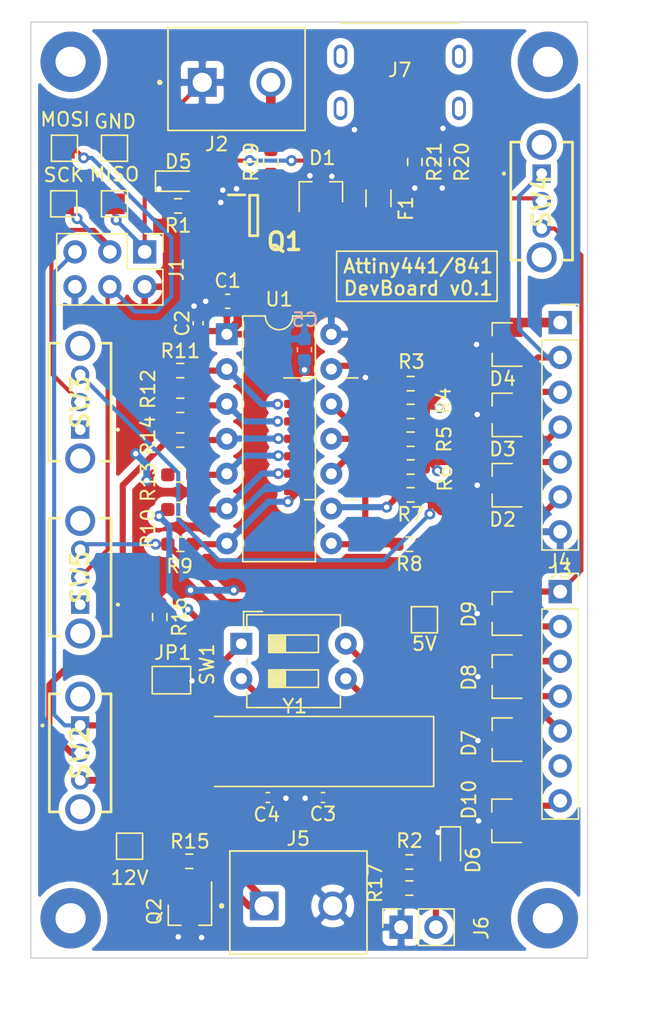
<source format=kicad_pcb>
(kicad_pcb (version 20171130) (host pcbnew 5.1.10)
  (layers (0 F.Cu signal) (31 B.Cu signal) (34 B.Paste user) (35 F.Paste user) (36 B.SilkS user) (37 F.SilkS user) (38 B.Mask user) (39 F.Mask user) (44 Edge.Cuts user))
  (net 0 "")
  (net 1 VCC)
  (net 2 SCK1_A3)
  (net 3 SCK2_A4)
  (net 4 MOSI1_A1)
  (net 5 A2)
  (net 6 MISO1_A0)
  (net 7 "Net-(D5-Pad2)")
  (net 8 "Net-(D6-Pad2)")
  (net 9 "Net-(D7-Pad2)")
  (net 10 B2)
  (net 11 A7)
  (net 12 "Net-(D8-Pad1)")
  (net 13 MISO2_A5)
  (net 14 MOSI2_A6)
  (net 15 RST)
  (net 16 HVSP_RST)
  (net 17 "Net-(F1-Pad2)")
  (net 18 MOSI)
  (net 19 SCK)
  (net 20 MISO)
  (net 21 "Net-(Q1-Pad3)")
  (net 22 HVSP)
  (net 23 "Net-(R3-Pad2)")
  (net 24 "Net-(R4-Pad2)")
  (net 25 "Net-(R5-Pad2)")
  (net 26 "Net-(R6-Pad2)")
  (net 27 "Net-(R7-Pad2)")
  (net 28 "Net-(R8-Pad2)")
  (net 29 "Net-(R9-Pad2)")
  (net 30 "Net-(R10-Pad2)")
  (net 31 "Net-(R13-Pad2)")
  (net 32 "Net-(R14-Pad2)")
  (net 33 "Net-(R12-Pad2)")
  (net 34 "Net-(R11-Pad2)")
  (net 35 "Net-(Q2-Pad2)")
  (net 36 "Net-(Q2-Pad1)")
  (net 37 B0_XTAL1)
  (net 38 B1_XTAL2)
  (net 39 "Net-(R14-Pad1)")
  (net 40 "Net-(J2-Pad2)")
  (net 41 "Net-(J7-PadA5)")
  (net 42 "Net-(J7-PadB5)")
  (net 43 GND)
  (net 44 "Net-(D1-Pad1)")
  (module Capacitor_SMD:C_0603_1608Metric (layer B.Cu) (at 240.85 60.775 90)
    (fp_text reference C5 (at 2.175 0.05 180) (layer B.SilkS) (effects (justify mirror)))
    (fp_text value 10uF)
    (pad 2 smd roundrect (at 0.775 0 90) (size 0.9 0.95) (layers B.Cu B.Paste B.Mask) (net 43 GND))
    (pad 1 smd roundrect (at -0.775 0 90) (size 0.9 0.95) (layers B.Cu B.Paste B.Mask) (net 1 VCC))
  )
  (module Attiny_breakout:SS12D07L4B (layer F.Cu) (at 224.5 79.35 90)
    (fp_text reference SW5 (at 2 0 90) (layer F.SilkS) (effects (font (size 1.27 1.27) (thickness 0.254))))
    (fp_text value SW_SPDT hide)
    (pad MH2 thru_hole circle (at 6.1 0 90) (size 2.19 2.19) (drill 1.46) (layers *.Cu *.Mask))
    (pad MH1 thru_hole circle (at -2.1 0 90) (size 2.19 2.19) (drill 1.46) (layers *.Cu *.Mask))
    (pad 3 thru_hole circle (at 4 0 90) (size 1.337 1.337) (drill 0.78) (layers *.Cu *.Mask) (net 14 MOSI2_A6))
    (pad 2 thru_hole circle (at 2 0 90) (size 1.337 1.337) (drill 0.78) (layers *.Cu *.Mask) (net 18 MOSI))
    (pad 1 thru_hole rect (at 0 0 90) (size 1.337 1.337) (drill 0.78) (layers *.Cu *.Mask) (net 4 MOSI1_A1))
  )
  (module Attiny_breakout:SS12D07L4B (layer F.Cu) (at 258.15 47.95 270)
    (fp_text reference SW4 (at 2 0 90) (layer F.SilkS) (effects (font (size 1.27 1.27) (thickness 0.254))))
    (fp_text value SW_SPDT hide)
    (pad MH2 thru_hole circle (at 6.1 0 270) (size 2.19 2.19) (drill 1.46) (layers *.Cu *.Mask))
    (pad MH1 thru_hole circle (at -2.1 0 270) (size 2.19 2.19) (drill 1.46) (layers *.Cu *.Mask))
    (pad 3 thru_hole circle (at 4 0 270) (size 1.337 1.337) (drill 0.78) (layers *.Cu *.Mask) (net 13 MISO2_A5))
    (pad 2 thru_hole circle (at 2 0 270) (size 1.337 1.337) (drill 0.78) (layers *.Cu *.Mask) (net 20 MISO))
    (pad 1 thru_hole rect (at 0 0 270) (size 1.337 1.337) (drill 0.78) (layers *.Cu *.Mask) (net 6 MISO1_A0))
  )
  (module Attiny_breakout:SS12D07L4B (layer F.Cu) (at 224.5 66.6 90)
    (fp_text reference SW3 (at 2 0 90) (layer F.SilkS) (effects (font (size 1.27 1.27) (thickness 0.254))))
    (fp_text value SW_SPDT hide)
    (pad MH2 thru_hole circle (at 6.1 0 90) (size 2.19 2.19) (drill 1.46) (layers *.Cu *.Mask))
    (pad MH1 thru_hole circle (at -2.1 0 90) (size 2.19 2.19) (drill 1.46) (layers *.Cu *.Mask))
    (pad 3 thru_hole circle (at 4 0 90) (size 1.337 1.337) (drill 0.78) (layers *.Cu *.Mask) (net 3 SCK2_A4))
    (pad 2 thru_hole circle (at 2 0 90) (size 1.337 1.337) (drill 0.78) (layers *.Cu *.Mask) (net 19 SCK))
    (pad 1 thru_hole rect (at 0 0 90) (size 1.337 1.337) (drill 0.78) (layers *.Cu *.Mask) (net 2 SCK1_A3))
  )
  (module Attiny_breakout:SS12D07L4B (layer F.Cu) (at 224.5 88.15 270)
    (fp_text reference SW2 (at 2 0 90) (layer F.SilkS) (effects (font (size 1.27 1.27) (thickness 0.254))))
    (fp_text value "Normal vs HVSP mode" hide)
    (pad MH2 thru_hole circle (at 6.1 0 270) (size 2.19 2.19) (drill 1.46) (layers *.Cu *.Mask))
    (pad MH1 thru_hole circle (at -2.1 0 270) (size 2.19 2.19) (drill 1.46) (layers *.Cu *.Mask))
    (pad 3 thru_hole circle (at 4 0 270) (size 1.337 1.337) (drill 0.78) (layers *.Cu *.Mask) (net 22 HVSP))
    (pad 2 thru_hole circle (at 2 0 270) (size 1.337 1.337) (drill 0.78) (layers *.Cu *.Mask) (net 39 "Net-(R14-Pad1)"))
    (pad 1 thru_hole rect (at 0 0 270) (size 1.337 1.337) (drill 0.78) (layers *.Cu *.Mask) (net 15 RST))
  )
  (module Attiny_breakout:SW_DIP_SPSTx02_Slide_6.7x6.64mm_W7.62mm_P2.54mm_LowProfile (layer F.Cu) (at 236.25 82.2)
    (fp_text reference SW1 (at -2.5 1.5 90) (layer F.SilkS))
    (fp_text value SW_DIP_x02)
    (pad 4 thru_hole oval (at 7.62 0) (size 1.6 1.6) (drill 0.8) (layers *.Cu *.Mask) (net 12 "Net-(D8-Pad1)"))
    (pad 2 thru_hole oval (at 0 2.54) (size 1.6 1.6) (drill 0.8) (layers *.Cu *.Mask) (net 38 B1_XTAL2))
    (pad 3 thru_hole oval (at 7.62 2.54) (size 1.6 1.6) (drill 0.8) (layers *.Cu *.Mask) (net 9 "Net-(D7-Pad2)"))
    (pad 1 thru_hole rect (at 0 0) (size 1.6 1.6) (drill 0.8) (layers *.Cu *.Mask) (net 37 B0_XTAL1))
  )
  (module Connector_PinSocket_2.54mm:PinSocket_1x07_P2.54mm_Vertical (layer F.Cu) (at 259.5 78.4)
    (fp_text reference J4 (at -0.05 -2.2) (layer F.SilkS))
    (fp_text value Conn_01x07_Female)
    (pad 7 thru_hole oval (at 0 15.24) (size 1.7 1.7) (drill 1) (layers *.Cu *.Mask) (net 15 RST))
    (pad 6 thru_hole oval (at 0 12.7) (size 1.7 1.7) (drill 1) (layers *.Cu *.Mask) (net 10 B2))
    (pad 5 thru_hole oval (at 0 10.16) (size 1.7 1.7) (drill 1) (layers *.Cu *.Mask) (net 9 "Net-(D7-Pad2)"))
    (pad 4 thru_hole oval (at 0 7.62) (size 1.7 1.7) (drill 1) (layers *.Cu *.Mask) (net 12 "Net-(D8-Pad1)"))
    (pad 3 thru_hole oval (at 0 5.08) (size 1.7 1.7) (drill 1) (layers *.Cu *.Mask) (net 11 A7))
    (pad 2 thru_hole oval (at 0 2.54) (size 1.7 1.7) (drill 1) (layers *.Cu *.Mask) (net 14 MOSI2_A6))
    (pad 1 thru_hole rect (at 0 0) (size 1.7 1.7) (drill 1) (layers *.Cu *.Mask) (net 13 MISO2_A5))
  )
  (module Connector_PinSocket_2.54mm:PinSocket_1x07_P2.54mm_Vertical (layer F.Cu) (at 259.5 58.8)
    (fp_text reference J3 (at 0 18.1) (layer F.SilkS))
    (fp_text value Conn_01x07_Female)
    (pad 7 thru_hole oval (at 0 15.24) (size 1.7 1.7) (drill 1) (layers *.Cu *.Mask) (net 43 GND))
    (pad 6 thru_hole oval (at 0 12.7) (size 1.7 1.7) (drill 1) (layers *.Cu *.Mask) (net 3 SCK2_A4))
    (pad 5 thru_hole oval (at 0 10.16) (size 1.7 1.7) (drill 1) (layers *.Cu *.Mask) (net 2 SCK1_A3))
    (pad 4 thru_hole oval (at 0 7.62) (size 1.7 1.7) (drill 1) (layers *.Cu *.Mask) (net 5 A2))
    (pad 3 thru_hole oval (at 0 5.08) (size 1.7 1.7) (drill 1) (layers *.Cu *.Mask) (net 4 MOSI1_A1))
    (pad 2 thru_hole oval (at 0 2.54) (size 1.7 1.7) (drill 1) (layers *.Cu *.Mask) (net 6 MISO1_A0))
    (pad 1 thru_hole rect (at 0 0) (size 1.7 1.7) (drill 1) (layers *.Cu *.Mask) (net 1 VCC))
  )
  (module Connector_PinHeader_2.54mm:PinHeader_2x03_P2.54mm_Vertical (layer F.Cu) (at 229.2 53.65 270)
    (fp_text reference J1 (at 1.27 -2.33 90) (layer F.SilkS))
    (fp_text value ICSP)
    (pad 6 thru_hole oval (at 2.54 5.08 270) (size 1.7 1.7) (drill 1) (layers *.Cu *.Mask) (net 43 GND))
    (pad 5 thru_hole oval (at 0 5.08 270) (size 1.7 1.7) (drill 1) (layers *.Cu *.Mask) (net 15 RST))
    (pad 4 thru_hole oval (at 2.54 2.54 270) (size 1.7 1.7) (drill 1) (layers *.Cu *.Mask) (net 18 MOSI))
    (pad 3 thru_hole oval (at 0 2.54 270) (size 1.7 1.7) (drill 1) (layers *.Cu *.Mask) (net 19 SCK))
    (pad 2 thru_hole oval (at 2.54 0 270) (size 1.7 1.7) (drill 1) (layers *.Cu *.Mask) (net 1 VCC))
    (pad 1 thru_hole rect (at 0 0 270) (size 1.7 1.7) (drill 1) (layers *.Cu *.Mask) (net 20 MISO))
  )
  (module Package_TO_SOT_SMD:SOT-23 (layer F.Cu) (at 242.05 49.3 90)
    (fp_text reference D1 (at 2.5 0.1 180) (layer F.SilkS))
    (fp_text value ESDA5V3L)
    (pad 3 smd rect (at 1 0 90) (size 0.9 0.8) (layers F.Cu F.Paste F.Mask) (net 43 GND))
    (pad 2 smd rect (at -1 0.95 90) (size 0.9 0.8) (layers F.Cu F.Paste F.Mask) (net 1 VCC))
    (pad 1 smd rect (at -1 -0.95 90) (size 0.9 0.8) (layers F.Cu F.Paste F.Mask) (net 44 "Net-(D1-Pad1)"))
  )
  (module MountingHole:MountingHole_2.2mm_M2_Pad (layer F.Cu) (at 258.6 102.2)
    (fp_text reference H4 hide)
    (fp_text value MountingHole)
    (pad 1 thru_hole circle (at 0 0) (size 4.4 4.4) (drill 2.2) (layers *.Cu *.Mask))
  )
  (module MountingHole:MountingHole_2.2mm_M2_Pad (layer F.Cu) (at 258.6 39.8)
    (fp_text reference H3 hide)
    (fp_text value MountingHole)
    (pad 1 thru_hole circle (at 0 0) (size 4.4 4.4) (drill 2.2) (layers *.Cu *.Mask))
  )
  (module MountingHole:MountingHole_2.2mm_M2_Pad (layer F.Cu) (at 223.8 39.8)
    (fp_text reference H2 hide)
    (fp_text value MountingHole)
    (pad 1 thru_hole circle (at 0 0) (size 4.4 4.4) (drill 2.2) (layers *.Cu *.Mask))
  )
  (module MountingHole:MountingHole_2.2mm_M2_Pad (layer F.Cu) (at 223.8 102.2)
    (fp_text reference H1 hide)
    (fp_text value MountingHole)
    (pad 1 thru_hole circle (at 0 0) (size 4.4 4.4) (drill 2.2) (layers *.Cu *.Mask))
  )
  (module Crystal:Crystal_SMD_HC49-SD_HandSoldering (layer F.Cu) (at 240.2 90.05 180)
    (fp_text reference Y1 (at 0.05 3.3) (layer F.SilkS))
    (fp_text value Crystal)
    (pad 2 smd rect (at 5.9375 0 180) (size 7.875 2) (layers F.Cu F.Paste F.Mask) (net 37 B0_XTAL1))
    (pad 1 smd rect (at -5.9375 0 180) (size 7.875 2) (layers F.Cu F.Paste F.Mask) (net 38 B1_XTAL2))
  )
  (module Attiny_breakout:usb_c_receptable_hro_type-c-31-m-17 (layer F.Cu) (at 247.8 41.3 180)
    (fp_text reference J7 (at 0 0.9) (layer F.SilkS))
    (fp_text value USB_C_Receptacle_USB2.0)
    (pad 0 thru_hole oval (at -4.32 1.9 180) (size 1 1.7) (drill oval 0.6 1.2) (layers *.Cu *.Mask))
    (pad 0 thru_hole oval (at 4.32 1.9 180) (size 1 1.7) (drill oval 0.6 1.2) (layers *.Cu *.Mask))
    (pad 0 thru_hole oval (at -4.32 -1.9 180) (size 1 1.7) (drill oval 0.6 1.2) (layers *.Cu *.Mask))
    (pad 0 thru_hole oval (at 4.32 -1.9 180) (size 1 1.7) (drill oval 0.6 1.2) (layers *.Cu *.Mask))
    (pad B12 smd rect (at -2.75 -2.08 180) (size 0.9 1.6) (layers F.Cu F.Paste F.Mask) (net 43 GND))
    (pad A12 smd rect (at 2.75 -2.08 180) (size 0.9 1.6) (layers F.Cu F.Paste F.Mask) (net 43 GND))
    (pad B9 smd rect (at -1.52 -2.08 180) (size 0.8 1.6) (layers F.Cu F.Paste F.Mask) (net 17 "Net-(F1-Pad2)"))
    (pad A9 smd rect (at 1.52 -2.08 180) (size 0.8 1.6) (layers F.Cu F.Paste F.Mask) (net 17 "Net-(F1-Pad2)"))
    (pad A5 smd rect (at -0.5 -2.08 180) (size 0.7 1.6) (layers F.Cu F.Paste F.Mask) (net 41 "Net-(J7-PadA5)"))
    (pad B5 smd rect (at 0.5 -2.08 180) (size 0.7 1.6) (layers F.Cu F.Paste F.Mask) (net 42 "Net-(J7-PadB5)"))
  )
  (module Capacitor_SMD:C_0402_1005Metric_Pad0.74x0.62mm_HandSolder (layer F.Cu) (at 238.1825 93.4)
    (fp_text reference C4 (at -0.0825 1.25 180) (layer F.SilkS))
    (fp_text value C)
    (pad 2 smd roundrect (at 0.5675 0) (size 0.735 0.62) (layers F.Cu F.Paste F.Mask) (net 43 GND))
    (pad 1 smd roundrect (at -0.5675 0) (size 0.735 0.62) (layers F.Cu F.Paste F.Mask) (net 37 B0_XTAL1))
  )
  (module Capacitor_SMD:C_0402_1005Metric_Pad0.74x0.62mm_HandSolder (layer F.Cu) (at 242.2 93.4 180)
    (fp_text reference C3 (at 0 -1.2) (layer F.SilkS))
    (fp_text value C)
    (pad 2 smd roundrect (at 0.5675 0 180) (size 0.735 0.62) (layers F.Cu F.Paste F.Mask) (net 43 GND))
    (pad 1 smd roundrect (at -0.5675 0 180) (size 0.735 0.62) (layers F.Cu F.Paste F.Mask) (net 38 B1_XTAL2))
  )
  (module Connector_PinSocket_2.54mm:PinSocket_1x02_P2.54mm_Vertical (layer F.Cu) (at 247.9 102.85 90)
    (fp_text reference J6 (at -0.05 5.85 90) (layer F.SilkS))
    (fp_text value HVP_EN_conn)
    (pad 2 thru_hole oval (at 0 2.54 90) (size 1.7 1.7) (drill 1) (layers *.Cu *.Mask) (net 16 HVSP_RST))
    (pad 1 thru_hole rect (at 0 0 90) (size 1.7 1.7) (drill 1) (layers *.Cu *.Mask) (net 43 GND))
  )
  (module Attiny_breakout:HANDSON_KF301-2P (layer F.Cu) (at 240.4125 101.3)
    (fp_text reference J5 (at -0.0125 -4.9) (layer F.SilkS))
    (fp_text value 12V_conn)
    (pad 2 thru_hole circle (at 2.5 0) (size 2.1 2.1) (drill 1.4) (layers *.Cu *.Mask) (net 43 GND))
    (pad 1 thru_hole rect (at -2.5 0) (size 2.1 2.1) (drill 1.4) (layers *.Cu *.Mask) (net 22 HVSP))
  )
  (module Attiny_breakout:HANDSON_KF301-2P (layer F.Cu) (at 235.9 41.3)
    (fp_text reference J2 (at -1.45 4.5) (layer F.SilkS))
    (fp_text value PowerConn)
    (pad 2 thru_hole circle (at 2.5 0) (size 2.1 2.1) (drill 1.4) (layers *.Cu *.Mask) (net 40 "Net-(J2-Pad2)"))
    (pad 1 thru_hole rect (at -2.5 0) (size 2.1 2.1) (drill 1.4) (layers *.Cu *.Mask) (net 43 GND))
  )
  (module Attiny_breakout:DIP-14_W7.62mm_SOIC-14 (layer F.Cu) (at 235.19 59.65)
    (fp_text reference U1 (at 3.81 -2.54) (layer F.SilkS))
    (fp_text value ATtiny441-SSU)
    (pad 1 smd roundrect (at 5.145 3.81) (size 1.95 0.6) (layers F.Cu F.Paste F.Mask) (net 1 VCC))
    (pad 13 smd roundrect (at 10.095 5.08) (size 1.95 0.6) (layers F.Cu F.Paste F.Mask) (net 23 "Net-(R3-Pad2)"))
    (pad 12 smd roundrect (at 10.095 6.35) (size 1.95 0.6) (layers F.Cu F.Paste F.Mask) (net 24 "Net-(R4-Pad2)"))
    (pad 4 smd roundrect (at 5.145 7.62) (size 1.95 0.6) (layers F.Cu F.Paste F.Mask) (net 32 "Net-(R14-Pad2)"))
    (pad 11 smd roundrect (at 10.095 7.62) (size 1.95 0.6) (layers F.Cu F.Paste F.Mask) (net 25 "Net-(R5-Pad2)"))
    (pad 6 smd roundrect (at 5.145 10.16) (size 1.95 0.6) (layers F.Cu F.Paste F.Mask) (net 30 "Net-(R10-Pad2)"))
    (pad 10 smd roundrect (at 10.095 8.89) (size 1.95 0.6) (layers F.Cu F.Paste F.Mask) (net 26 "Net-(R6-Pad2)"))
    (pad 5 smd roundrect (at 5.145 8.89) (size 1.95 0.6) (layers F.Cu F.Paste F.Mask) (net 31 "Net-(R13-Pad2)"))
    (pad 7 smd roundrect (at 5.145 11.43) (size 1.95 0.6) (layers F.Cu F.Paste F.Mask) (net 29 "Net-(R9-Pad2)"))
    (pad 2 smd roundrect (at 5.145 5.08) (size 1.95 0.6) (layers F.Cu F.Paste F.Mask) (net 34 "Net-(R11-Pad2)"))
    (pad 3 smd roundrect (at 5.145 6.35) (size 1.95 0.6) (layers F.Cu F.Paste F.Mask) (net 33 "Net-(R12-Pad2)"))
    (pad 8 smd roundrect (at 10.095 11.43) (size 1.95 0.6) (layers F.Cu F.Paste F.Mask) (net 28 "Net-(R8-Pad2)"))
    (pad 14 smd roundrect (at 10.095 3.81) (size 1.95 0.6) (layers F.Cu F.Paste F.Mask) (net 43 GND))
    (pad 9 smd roundrect (at 10.095 10.16) (size 1.95 0.6) (layers F.Cu F.Paste F.Mask) (net 27 "Net-(R7-Pad2)"))
    (pad 3 thru_hole oval (at 0 5.08) (size 1.6 1.6) (drill 0.8) (layers *.Cu *.Mask) (net 33 "Net-(R12-Pad2)"))
    (pad 2 thru_hole oval (at 0 2.54) (size 1.6 1.6) (drill 0.8) (layers *.Cu *.Mask) (net 34 "Net-(R11-Pad2)"))
    (pad 9 thru_hole oval (at 7.62 12.7) (size 1.6 1.6) (drill 0.8) (layers *.Cu *.Mask) (net 27 "Net-(R7-Pad2)"))
    (pad 6 thru_hole oval (at 0 12.7) (size 1.6 1.6) (drill 0.8) (layers *.Cu *.Mask) (net 30 "Net-(R10-Pad2)"))
    (pad 13 thru_hole oval (at 7.62 2.54) (size 1.6 1.6) (drill 0.8) (layers *.Cu *.Mask) (net 23 "Net-(R3-Pad2)"))
    (pad 12 thru_hole oval (at 7.62 5.08) (size 1.6 1.6) (drill 0.8) (layers *.Cu *.Mask) (net 24 "Net-(R4-Pad2)"))
    (pad 11 thru_hole oval (at 7.62 7.62) (size 1.6 1.6) (drill 0.8) (layers *.Cu *.Mask) (net 25 "Net-(R5-Pad2)"))
    (pad 5 thru_hole oval (at 0 10.16) (size 1.6 1.6) (drill 0.8) (layers *.Cu *.Mask) (net 31 "Net-(R13-Pad2)"))
    (pad 1 thru_hole rect (at 0 0) (size 1.6 1.6) (drill 0.8) (layers *.Cu *.Mask) (net 1 VCC))
    (pad 8 thru_hole oval (at 7.62 15.24) (size 1.6 1.6) (drill 0.8) (layers *.Cu *.Mask) (net 28 "Net-(R8-Pad2)"))
    (pad 4 thru_hole oval (at 0 7.62) (size 1.6 1.6) (drill 0.8) (layers *.Cu *.Mask) (net 32 "Net-(R14-Pad2)"))
    (pad 7 thru_hole oval (at 0 15.24) (size 1.6 1.6) (drill 0.8) (layers *.Cu *.Mask) (net 29 "Net-(R9-Pad2)"))
    (pad 14 thru_hole oval (at 7.62 0) (size 1.6 1.6) (drill 0.8) (layers *.Cu *.Mask) (net 43 GND))
    (pad 10 thru_hole oval (at 7.62 10.16) (size 1.6 1.6) (drill 0.8) (layers *.Cu *.Mask) (net 26 "Net-(R6-Pad2)"))
  )
  (module Resistor_SMD:R_0603_1608Metric_Pad0.98x0.95mm_HandSolder (layer F.Cu) (at 248.9 47.1 270)
    (fp_text reference R21 (at 0 -1.43 90) (layer F.SilkS))
    (fp_text value 5.1k)
    (pad 2 smd roundrect (at 0.9125 0 270) (size 0.975 0.95) (layers F.Cu F.Paste F.Mask) (net 43 GND))
    (pad 1 smd roundrect (at -0.9125 0 270) (size 0.975 0.95) (layers F.Cu F.Paste F.Mask) (net 42 "Net-(J7-PadB5)"))
  )
  (module Resistor_SMD:R_0603_1608Metric_Pad0.98x0.95mm_HandSolder (layer F.Cu) (at 250.9 47.1 270)
    (fp_text reference R20 (at 0 -1.43 90) (layer F.SilkS))
    (fp_text value 5.1k)
    (pad 2 smd roundrect (at 0.9125 0 270) (size 0.975 0.95) (layers F.Cu F.Paste F.Mask) (net 43 GND))
    (pad 1 smd roundrect (at -0.9125 0 270) (size 0.975 0.95) (layers F.Cu F.Paste F.Mask) (net 41 "Net-(J7-PadA5)"))
  )
  (module Resistor_SMD:R_0603_1608Metric_Pad0.98x0.95mm_HandSolder (layer F.Cu) (at 238.4 47.1 90)
    (fp_text reference R19 (at 0 -1.43 90) (layer F.SilkS))
    (fp_text value R_inrush)
    (pad 2 smd roundrect (at 0.9125 0 90) (size 0.975 0.95) (layers F.Cu F.Paste F.Mask) (net 40 "Net-(J2-Pad2)"))
    (pad 1 smd roundrect (at -0.9125 0 90) (size 0.975 0.95) (layers F.Cu F.Paste F.Mask) (net 21 "Net-(Q1-Pad3)"))
  )
  (module Resistor_SMD:R_0603_1608Metric_Pad0.98x0.95mm_HandSolder (layer F.Cu) (at 248.5 100)
    (fp_text reference R17 (at -2.5 -0.35 270) (layer F.SilkS))
    (fp_text value R_gate)
    (pad 2 smd roundrect (at 0.9125 0) (size 0.975 0.95) (layers F.Cu F.Paste F.Mask) (net 16 HVSP_RST))
    (pad 1 smd roundrect (at -0.9125 0) (size 0.975 0.95) (layers F.Cu F.Paste F.Mask) (net 36 "Net-(Q2-Pad1)"))
  )
  (module Resistor_SMD:R_0603_1608Metric_Pad0.98x0.95mm_HandSolder (layer F.Cu) (at 230.3 80.25 270)
    (fp_text reference R16 (at 0 -1.43 90) (layer F.SilkS))
    (fp_text value 10k)
    (pad 2 smd roundrect (at 0.9125 0 270) (size 0.975 0.95) (layers F.Cu F.Paste F.Mask) (net 15 RST))
    (pad 1 smd roundrect (at -0.9125 0 270) (size 0.975 0.95) (layers F.Cu F.Paste F.Mask) (net 1 VCC))
  )
  (module Resistor_SMD:R_0603_1608Metric_Pad0.98x0.95mm_HandSolder (layer F.Cu) (at 232.45 98.05)
    (fp_text reference R15 (at 0.05 -1.45 180) (layer F.SilkS))
    (fp_text value R_coll)
    (pad 2 smd roundrect (at 0.9125 0) (size 0.975 0.95) (layers F.Cu F.Paste F.Mask) (net 22 HVSP))
    (pad 1 smd roundrect (at -0.9125 0) (size 0.975 0.95) (layers F.Cu F.Paste F.Mask) (net 35 "Net-(Q2-Pad2)"))
  )
  (module Resistor_SMD:R_0603_1608Metric_Pad0.98x0.95mm_HandSolder (layer F.Cu) (at 231.8 67.36)
    (fp_text reference R14 (at -2.35 -0.326667 90) (layer F.SilkS))
    (fp_text value R_0)
    (pad 2 smd roundrect (at 0.9125 0) (size 0.975 0.95) (layers F.Cu F.Paste F.Mask) (net 32 "Net-(R14-Pad2)"))
    (pad 1 smd roundrect (at -0.9125 0) (size 0.975 0.95) (layers F.Cu F.Paste F.Mask) (net 39 "Net-(R14-Pad1)"))
  )
  (module Resistor_SMD:R_0603_1608Metric_Pad0.98x0.95mm_HandSolder (layer F.Cu) (at 231.8 69.89)
    (fp_text reference R13 (at -2.35 0.526666 90) (layer F.SilkS))
    (fp_text value R_0)
    (pad 2 smd roundrect (at 0.9125 0) (size 0.975 0.95) (layers F.Cu F.Paste F.Mask) (net 31 "Net-(R13-Pad2)"))
    (pad 1 smd roundrect (at -0.9125 0) (size 0.975 0.95) (layers F.Cu F.Paste F.Mask) (net 10 B2))
  )
  (module Resistor_SMD:R_0603_1608Metric_Pad0.98x0.95mm_HandSolder (layer F.Cu) (at 231.8 64.83)
    (fp_text reference R12 (at -2.35 -1.18 90) (layer F.SilkS))
    (fp_text value R_0)
    (pad 2 smd roundrect (at 0.9125 0) (size 0.975 0.95) (layers F.Cu F.Paste F.Mask) (net 33 "Net-(R12-Pad2)"))
    (pad 1 smd roundrect (at -0.9125 0) (size 0.975 0.95) (layers F.Cu F.Paste F.Mask) (net 38 B1_XTAL2))
  )
  (module Resistor_SMD:R_0603_1608Metric_Pad0.98x0.95mm_HandSolder (layer F.Cu) (at 231.8 62.3)
    (fp_text reference R11 (at 0 -1.43) (layer F.SilkS))
    (fp_text value R_0)
    (pad 2 smd roundrect (at 0.9125 0) (size 0.975 0.95) (layers F.Cu F.Paste F.Mask) (net 34 "Net-(R11-Pad2)"))
    (pad 1 smd roundrect (at -0.9125 0) (size 0.975 0.95) (layers F.Cu F.Paste F.Mask) (net 37 B0_XTAL1))
  )
  (module Resistor_SMD:R_0603_1608Metric_Pad0.98x0.95mm_HandSolder (layer F.Cu) (at 231.8 72.42)
    (fp_text reference R10 (at -2.35 1.38 90) (layer F.SilkS))
    (fp_text value R_0)
    (pad 2 smd roundrect (at 0.9125 0) (size 0.975 0.95) (layers F.Cu F.Paste F.Mask) (net 30 "Net-(R10-Pad2)"))
    (pad 1 smd roundrect (at -0.9125 0) (size 0.975 0.95) (layers F.Cu F.Paste F.Mask) (net 11 A7))
  )
  (module Resistor_SMD:R_0603_1608Metric_Pad0.98x0.95mm_HandSolder (layer F.Cu) (at 231.8 74.95)
    (fp_text reference R9 (at -0.05 1.6) (layer F.SilkS))
    (fp_text value R_0)
    (pad 2 smd roundrect (at 0.9125 0) (size 0.975 0.95) (layers F.Cu F.Paste F.Mask) (net 29 "Net-(R9-Pad2)"))
    (pad 1 smd roundrect (at -0.9125 0) (size 0.975 0.95) (layers F.Cu F.Paste F.Mask) (net 14 MOSI2_A6))
  )
  (module Resistor_SMD:R_0603_1608Metric_Pad0.98x0.95mm_HandSolder (layer F.Cu) (at 248.5 74.95 180)
    (fp_text reference R8 (at 0 -1.43) (layer F.SilkS))
    (fp_text value R_0)
    (pad 2 smd roundrect (at 0.9125 0 180) (size 0.975 0.95) (layers F.Cu F.Paste F.Mask) (net 28 "Net-(R8-Pad2)"))
    (pad 1 smd roundrect (at -0.9125 0 180) (size 0.975 0.95) (layers F.Cu F.Paste F.Mask) (net 13 MISO2_A5))
  )
  (module Resistor_SMD:R_0603_1608Metric_Pad0.98x0.95mm_HandSolder (layer F.Cu) (at 248.6 71.35 180)
    (fp_text reference R7 (at 0 -1.43) (layer F.SilkS))
    (fp_text value R_0)
    (pad 2 smd roundrect (at 0.9125 0 180) (size 0.975 0.95) (layers F.Cu F.Paste F.Mask) (net 27 "Net-(R7-Pad2)"))
    (pad 1 smd roundrect (at -0.9125 0 180) (size 0.975 0.95) (layers F.Cu F.Paste F.Mask) (net 3 SCK2_A4))
  )
  (module Resistor_SMD:R_0603_1608Metric_Pad0.98x0.95mm_HandSolder (layer F.Cu) (at 248.6 69.325 180)
    (fp_text reference R6 (at -2.5 -0.825 90) (layer F.SilkS))
    (fp_text value R_0)
    (pad 2 smd roundrect (at 0.9125 0 180) (size 0.975 0.95) (layers F.Cu F.Paste F.Mask) (net 26 "Net-(R6-Pad2)"))
    (pad 1 smd roundrect (at -0.9125 0 180) (size 0.975 0.95) (layers F.Cu F.Paste F.Mask) (net 2 SCK1_A3))
  )
  (module Resistor_SMD:R_0603_1608Metric_Pad0.98x0.95mm_HandSolder (layer F.Cu) (at 248.6 67.3 180)
    (fp_text reference R5 (at -2.45 0 90) (layer F.SilkS))
    (fp_text value R_0)
    (pad 2 smd roundrect (at 0.9125 0 180) (size 0.975 0.95) (layers F.Cu F.Paste F.Mask) (net 25 "Net-(R5-Pad2)"))
    (pad 1 smd roundrect (at -0.9125 0 180) (size 0.975 0.95) (layers F.Cu F.Paste F.Mask) (net 5 A2))
  )
  (module Resistor_SMD:R_0603_1608Metric_Pad0.98x0.95mm_HandSolder (layer F.Cu) (at 248.6 65.275 180)
    (fp_text reference R4 (at -2.4 0.775 90) (layer F.SilkS))
    (fp_text value R_0)
    (pad 2 smd roundrect (at 0.9125 0 180) (size 0.975 0.95) (layers F.Cu F.Paste F.Mask) (net 24 "Net-(R4-Pad2)"))
    (pad 1 smd roundrect (at -0.9125 0 180) (size 0.975 0.95) (layers F.Cu F.Paste F.Mask) (net 4 MOSI1_A1))
  )
  (module Resistor_SMD:R_0603_1608Metric_Pad0.98x0.95mm_HandSolder (layer F.Cu) (at 248.6 63.25 180)
    (fp_text reference R3 (at -0.05 1.6) (layer F.SilkS))
    (fp_text value R_0)
    (pad 2 smd roundrect (at 0.9125 0 180) (size 0.975 0.95) (layers F.Cu F.Paste F.Mask) (net 23 "Net-(R3-Pad2)"))
    (pad 1 smd roundrect (at -0.9125 0 180) (size 0.975 0.95) (layers F.Cu F.Paste F.Mask) (net 6 MISO1_A0))
  )
  (module Resistor_SMD:R_0603_1608Metric_Pad0.98x0.95mm_HandSolder (layer F.Cu) (at 248.5 98.1 180)
    (fp_text reference R2 (at -0.0125 1.55 180) (layer F.SilkS))
    (fp_text value 10k)
    (pad 2 smd roundrect (at 0.9125 0 180) (size 0.975 0.95) (layers F.Cu F.Paste F.Mask) (net 22 HVSP))
    (pad 1 smd roundrect (at -0.9125 0 180) (size 0.975 0.95) (layers F.Cu F.Paste F.Mask) (net 8 "Net-(D6-Pad2)"))
  )
  (module Resistor_SMD:R_0603_1608Metric_Pad0.98x0.95mm_HandSolder (layer F.Cu) (at 231.6375 50.3 180)
    (fp_text reference R1 (at 0 -1.43) (layer F.SilkS))
    (fp_text value 1k)
    (pad 2 smd roundrect (at 0.9125 0 180) (size 0.975 0.95) (layers F.Cu F.Paste F.Mask) (net 1 VCC))
    (pad 1 smd roundrect (at -0.9125 0 180) (size 0.975 0.95) (layers F.Cu F.Paste F.Mask) (net 7 "Net-(D5-Pad2)"))
  )
  (module Package_TO_SOT_SMD:SOT-23_Handsoldering (layer F.Cu) (at 232.5 101.95 270)
    (fp_text reference Q2 (at -0.25 2.6 270) (layer F.SilkS))
    (fp_text value BC847C)
    (pad 3 smd rect (at 1.5 0 270) (size 1.9 0.8) (layers F.Cu F.Paste F.Mask) (net 43 GND))
    (pad 2 smd rect (at -1.5 0.95 270) (size 1.9 0.8) (layers F.Cu F.Paste F.Mask) (net 35 "Net-(Q2-Pad2)"))
    (pad 1 smd rect (at -1.5 -0.95 270) (size 1.9 0.8) (layers F.Cu F.Paste F.Mask) (net 36 "Net-(Q2-Pad1)"))
  )
  (module Attiny_breakout:SOT95P280X125-3N (layer F.Cu) (at 237.15 51)
    (fp_text reference Q1 (at 2.25 1.9) (layer F.SilkS) (effects (font (size 1.27 1.27) (thickness 0.254))))
    (fp_text value AO3401A hide)
    (pad 3 smd rect (at 1.25 0 90) (size 0.6 1.2) (layers F.Cu F.Paste F.Mask) (net 21 "Net-(Q1-Pad3)"))
    (pad 2 smd rect (at -1.25 0.95 90) (size 0.6 1.2) (layers F.Cu F.Paste F.Mask) (net 1 VCC))
    (pad 1 smd rect (at -1.25 -0.95 90) (size 0.6 1.2) (layers F.Cu F.Paste F.Mask) (net 43 GND))
  )
  (module Capacitor_SMD:C_0402_1005Metric_Pad0.74x0.62mm_HandSolder (layer F.Cu) (at 233.1 58.85 90)
    (fp_text reference C2 (at 0 -1.16 90) (layer F.SilkS))
    (fp_text value C_reserve)
    (pad 2 smd roundrect (at 0.5675 0 90) (size 0.735 0.62) (layers F.Cu F.Paste F.Mask) (net 43 GND))
    (pad 1 smd roundrect (at -0.5675 0 90) (size 0.735 0.62) (layers F.Cu F.Paste F.Mask) (net 1 VCC))
  )
  (module TestPoint:TestPoint_Pad_1.5x1.5mm (layer F.Cu) (at 228.1 96.95)
    (fp_text reference TP6 hide)
    (fp_text value 12V (at 0 2.3) (layer F.SilkS))
    (pad 1 smd rect (at 0 0) (size 1.5 1.5) (layers F.Cu F.Mask) (net 22 HVSP))
  )
  (module TestPoint:TestPoint_Pad_1.5x1.5mm (layer F.Cu) (at 223.3 50.15)
    (fp_text reference TP5 hide)
    (fp_text value SCK (at 0 -2.1) (layer F.SilkS))
    (pad 1 smd rect (at 0 0) (size 1.5 1.5) (layers F.Cu F.Mask) (net 19 SCK))
  )
  (module TestPoint:TestPoint_Pad_1.5x1.5mm (layer F.Cu) (at 227 50.15)
    (fp_text reference TP4 hide)
    (fp_text value MISO (at 0 -2.15) (layer F.SilkS))
    (pad 1 smd rect (at 0 0) (size 1.5 1.5) (layers F.Cu F.Mask) (net 20 MISO))
  )
  (module TestPoint:TestPoint_Pad_1.5x1.5mm (layer F.Cu) (at 223.35 46.1)
    (fp_text reference TP3 hide)
    (fp_text value MOSI (at 0.05 -2.1) (layer F.SilkS))
    (pad 1 smd rect (at 0 0) (size 1.5 1.5) (layers F.Cu F.Mask) (net 18 MOSI))
  )
  (module TestPoint:TestPoint_Pad_1.5x1.5mm (layer F.Cu) (at 227 46.1)
    (fp_text reference TP2 hide)
    (fp_text value GND (at 0.05 -1.95) (layer F.SilkS))
    (pad 1 smd rect (at 0 0) (size 1.5 1.5) (layers F.Cu F.Mask) (net 43 GND))
  )
  (module TestPoint:TestPoint_Pad_1.5x1.5mm (layer F.Cu) (at 249.6 80.45)
    (fp_text reference TP1 hide)
    (fp_text value 5V (at 0 1.75) (layer F.SilkS))
    (pad 1 smd rect (at 0 0) (size 1.5 1.5) (layers F.Cu F.Mask) (net 1 VCC))
  )
  (module Jumper:SolderJumper-2_P1.3mm_Open_Pad1.0x1.5mm (layer F.Cu) (at 231.15 84.85 180)
    (fp_text reference JP1 (at -0.1 2) (layer F.SilkS))
    (fp_text value RST)
    (pad 1 smd rect (at -0.65 0 180) (size 1 1.5) (layers F.Cu F.Mask) (net 43 GND))
    (pad 2 smd rect (at 0.65 0 180) (size 1 1.5) (layers F.Cu F.Mask) (net 15 RST))
  )
  (module Fuse:Fuse_1206_3216Metric_Pad1.42x1.75mm_HandSolder (layer F.Cu) (at 246.25 49.75 90)
    (fp_text reference F1 (at -0.75 2 90) (layer F.SilkS))
    (fp_text value Fuse)
    (pad 2 smd roundrect (at 1.4875 0 90) (size 1.425 1.75) (layers F.Cu F.Paste F.Mask) (roundrect_rratio 0.175439) (net 17 "Net-(F1-Pad2)"))
    (pad 1 smd roundrect (at -1.4875 0 90) (size 1.425 1.75) (layers F.Cu F.Paste F.Mask) (roundrect_rratio 0.175439) (net 1 VCC))
  )
  (module Package_TO_SOT_SMD:SOT-23 (layer F.Cu) (at 255.274998 95.1 180)
    (fp_text reference D10 (at 2.424998 1.55 90) (layer F.SilkS))
    (fp_text value ESDA5V3L)
    (pad 3 smd rect (at 1 0 180) (size 0.9 0.8) (layers F.Cu F.Paste F.Mask) (net 43 GND))
    (pad 2 smd rect (at -1 0.95 180) (size 0.9 0.8) (layers F.Cu F.Paste F.Mask) (net 15 RST))
    (pad 1 smd rect (at -1 -0.95 180) (size 0.9 0.8) (layers F.Cu F.Paste F.Mask) (net 16 HVSP_RST))
  )
  (module Package_TO_SOT_SMD:SOT-23 (layer F.Cu) (at 255.3 80 180)
    (fp_text reference D9 (at 2.45 -0.05 90) (layer F.SilkS))
    (fp_text value ESDA5V3L)
    (pad 3 smd rect (at 1 0 180) (size 0.9 0.8) (layers F.Cu F.Paste F.Mask) (net 43 GND))
    (pad 2 smd rect (at -1 0.95 180) (size 0.9 0.8) (layers F.Cu F.Paste F.Mask) (net 13 MISO2_A5))
    (pad 1 smd rect (at -1 -0.95 180) (size 0.9 0.8) (layers F.Cu F.Paste F.Mask) (net 14 MOSI2_A6))
  )
  (module Package_TO_SOT_SMD:SOT-23 (layer F.Cu) (at 255.3 84.591666 180)
    (fp_text reference D8 (at 2.45 -0.058334 90) (layer F.SilkS))
    (fp_text value ESDA5V3L)
    (pad 3 smd rect (at 1 0 180) (size 0.9 0.8) (layers F.Cu F.Paste F.Mask) (net 43 GND))
    (pad 2 smd rect (at -1 0.95 180) (size 0.9 0.8) (layers F.Cu F.Paste F.Mask) (net 11 A7))
    (pad 1 smd rect (at -1 -0.95 180) (size 0.9 0.8) (layers F.Cu F.Paste F.Mask) (net 12 "Net-(D8-Pad1)"))
  )
  (module Package_TO_SOT_SMD:SOT-23 (layer F.Cu) (at 255.3 89.183332 180)
    (fp_text reference D7 (at 2.45 -0.266668 90) (layer F.SilkS))
    (fp_text value ESDA5V3L)
    (pad 3 smd rect (at 1 0 180) (size 0.9 0.8) (layers F.Cu F.Paste F.Mask) (net 43 GND))
    (pad 2 smd rect (at -1 0.95 180) (size 0.9 0.8) (layers F.Cu F.Paste F.Mask) (net 9 "Net-(D7-Pad2)"))
    (pad 1 smd rect (at -1 -0.95 180) (size 0.9 0.8) (layers F.Cu F.Paste F.Mask) (net 10 B2))
  )
  (module LED_SMD:LED_0603_1608Metric_Pad1.05x0.95mm_HandSolder (layer F.Cu) (at 251.5 97.2 270)
    (fp_text reference D6 (at 0.75 -1.65 90) (layer F.SilkS))
    (fp_text value 12V_STATUS)
    (pad 2 smd roundrect (at 0.875 0 270) (size 1.05 0.95) (layers F.Cu F.Paste F.Mask) (net 8 "Net-(D6-Pad2)"))
    (pad 1 smd roundrect (at -0.875 0 270) (size 1.05 0.95) (layers F.Cu F.Paste F.Mask) (net 43 GND))
  )
  (module LED_SMD:LED_0603_1608Metric_Pad1.05x0.95mm_HandSolder (layer F.Cu) (at 231.65 48.5)
    (fp_text reference D5 (at 0 -1.43) (layer F.SilkS))
    (fp_text value PWR_STATUS)
    (pad 2 smd roundrect (at 0.875 0) (size 1.05 0.95) (layers F.Cu F.Paste F.Mask) (net 7 "Net-(D5-Pad2)"))
    (pad 1 smd roundrect (at -0.875 0) (size 1.05 0.95) (layers F.Cu F.Paste F.Mask) (net 43 GND))
  )
  (module Package_TO_SOT_SMD:SOT-23 (layer F.Cu) (at 255.3 60.4 180)
    (fp_text reference D4 (at 0 -2.5) (layer F.SilkS))
    (fp_text value ESDA5V3L)
    (pad 3 smd rect (at 1 0 180) (size 0.9 0.8) (layers F.Cu F.Paste F.Mask) (net 43 GND))
    (pad 2 smd rect (at -1 0.95 180) (size 0.9 0.8) (layers F.Cu F.Paste F.Mask) (net 1 VCC))
    (pad 1 smd rect (at -1 -0.95 180) (size 0.9 0.8) (layers F.Cu F.Paste F.Mask) (net 6 MISO1_A0))
  )
  (module Package_TO_SOT_SMD:SOT-23 (layer F.Cu) (at 255.3 65.525 180)
    (fp_text reference D3 (at 0 -2.5) (layer F.SilkS))
    (fp_text value ESDA5V3L)
    (pad 3 smd rect (at 1 0 180) (size 0.9 0.8) (layers F.Cu F.Paste F.Mask) (net 43 GND))
    (pad 2 smd rect (at -1 0.95 180) (size 0.9 0.8) (layers F.Cu F.Paste F.Mask) (net 4 MOSI1_A1))
    (pad 1 smd rect (at -1 -0.95 180) (size 0.9 0.8) (layers F.Cu F.Paste F.Mask) (net 5 A2))
  )
  (module Package_TO_SOT_SMD:SOT-23 (layer F.Cu) (at 255.3 70.65 180)
    (fp_text reference D2 (at 0 -2.5) (layer F.SilkS))
    (fp_text value ESDA5V3L)
    (pad 3 smd rect (at 1 0 180) (size 0.9 0.8) (layers F.Cu F.Paste F.Mask) (net 43 GND))
    (pad 2 smd rect (at -1 0.95 180) (size 0.9 0.8) (layers F.Cu F.Paste F.Mask) (net 2 SCK1_A3))
    (pad 1 smd rect (at -1 -0.95 180) (size 0.9 0.8) (layers F.Cu F.Paste F.Mask) (net 3 SCK2_A4))
  )
  (module Capacitor_SMD:C_0603_1608Metric (layer F.Cu) (at 235.25 57.25 180)
    (fp_text reference C1 (at 0 1.5) (layer F.SilkS))
    (fp_text value 10uF)
    (pad 2 smd roundrect (at 0.775 0 180) (size 0.9 0.95) (layers F.Cu F.Paste F.Mask) (net 43 GND))
    (pad 1 smd roundrect (at -0.775 0 180) (size 0.9 0.95) (layers F.Cu F.Paste F.Mask) (net 1 VCC))
  )
  (gr_line (start 243.2 57.25) (end 254.9 57.25) (layer F.SilkS) (width 0.12))
  (gr_line (start 243.2 53.6) (end 243.2 57.25) (layer F.SilkS) (width 0.12))
  (gr_line (start 254.9 53.6) (end 254.9 57.25) (layer F.SilkS) (width 0.12))
  (gr_line (start 243.2 53.6) (end 254.9 53.6) (layer F.SilkS) (width 0.12))
  (gr_text "Attiny441/841\nDevBoard v0.1" (at 249.15 55.5) (layer F.SilkS) (effects (font (size 1 1) (thickness 0.175))))
  (gr_line (start 261.5 36.9) (end 261.5 105.1) (layer Edge.Cuts) (width 0.1))
  (gr_line (start 220.9 36.9) (end 261.5 36.9) (layer Edge.Cuts) (width 0.1))
  (gr_line (start 220.9 105.1) (end 220.9 36.9) (layer Edge.Cuts) (width 0.1))
  (gr_line (start 261.5 105.1) (end 220.9 105.1) (layer Edge.Cuts) (width 0.1))
  (segment (start 230.725 50.3) (end 230.725 51.625) (width 0.5) (layer F.Cu) (net 1))
  (segment (start 243 50.3) (end 243 51.55) (width 0.5) (layer F.Cu) (net 1))
  (segment (start 236.025 58.815) (end 235.19 59.65) (width 0.7) (layer F.Cu) (net 1))
  (segment (start 236.025 57.25) (end 236.025 58.815) (width 0.7) (layer F.Cu) (net 1))
  (segment (start 253.05 58.8) (end 253 58.75) (width 0.7) (layer F.Cu) (net 1))
  (segment (start 256.3 59.45) (end 256.3 58.85) (width 0.45) (layer F.Cu) (net 1))
  (segment (start 256.35 58.8) (end 253.05 58.8) (width 0.7) (layer F.Cu) (net 1))
  (segment (start 256.3 58.85) (end 256.35 58.8) (width 0.45) (layer F.Cu) (net 1))
  (segment (start 259.5 58.8) (end 256.35 58.8) (width 0.7) (layer F.Cu) (net 1))
  (segment (start 234.9575 59.4175) (end 235.19 59.65) (width 0.45) (layer F.Cu) (net 1))
  (segment (start 233.1 59.4175) (end 234.9575 59.4175) (width 0.45) (layer F.Cu) (net 1))
  (via (at 240.85 62.25) (size 0.8) (drill 0.4) (layers F.Cu B.Cu) (net 1))
  (segment (start 240.85 61.55) (end 240.85 62.25) (width 0.45) (layer B.Cu) (net 1))
  (segment (start 240.85 62.25) (end 240.2 62.9) (width 0.45) (layer F.Cu) (net 1))
  (segment (start 240.2 63.325) (end 240.335 63.46) (width 0.45) (layer F.Cu) (net 1))
  (segment (start 240.2 62.9) (end 240.2 63.325) (width 0.45) (layer F.Cu) (net 1))
  (segment (start 249.55 80.7) (end 249.55 79) (width 0.3) (layer F.Cu) (net 1))
  (segment (start 249.6 80.75) (end 249.55 80.7) (width 0.3) (layer F.Cu) (net 1))
  (via (at 229.35 70.3) (size 0.8) (drill 0.4) (layers F.Cu B.Cu) (net 1))
  (via (at 228.549998 68.35) (size 0.8) (drill 0.4) (layers F.Cu B.Cu) (net 1))
  (segment (start 229.35 70.3) (end 229.35 69.150002) (width 0.5) (layer B.Cu) (net 1))
  (segment (start 229.35 69.150002) (end 228.549998 68.35) (width 0.5) (layer B.Cu) (net 1))
  (via (at 235.7 78.3) (size 0.8) (drill 0.4) (layers F.Cu B.Cu) (net 1))
  (via (at 232.550002 78.3) (size 0.8) (drill 0.4) (layers F.Cu B.Cu) (net 1))
  (segment (start 235.7 78.3) (end 232.550002 78.3) (width 0.5) (layer B.Cu) (net 1))
  (segment (start 232.550002 78.3) (end 230.65 78.3) (width 0.45) (layer F.Cu) (net 1))
  (segment (start 230.3 78.65) (end 230.3 79.3375) (width 0.45) (layer F.Cu) (net 1))
  (segment (start 230.65 78.3) (end 230.3 78.65) (width 0.45) (layer F.Cu) (net 1))
  (segment (start 256.3 69.02) (end 256.36 68.96) (width 0.45) (layer F.Cu) (net 2))
  (segment (start 256.3 69.7) (end 256.3 69.02) (width 0.45) (layer F.Cu) (net 2))
  (segment (start 259.5 68.96) (end 256.36 68.96) (width 0.45) (layer F.Cu) (net 2))
  (segment (start 249.8775 68.96) (end 249.5125 69.325) (width 0.45) (layer F.Cu) (net 2))
  (segment (start 256.36 68.96) (end 249.8775 68.96) (width 0.45) (layer F.Cu) (net 2))
  (segment (start 259.5 71.5) (end 258.4 72.6) (width 0.45) (layer F.Cu) (net 3))
  (segment (start 256.3 72.3) (end 256.6 72.6) (width 0.45) (layer F.Cu) (net 3))
  (segment (start 256.3 71.6) (end 256.3 72.3) (width 0.45) (layer F.Cu) (net 3))
  (segment (start 258.4 72.6) (end 256.6 72.6) (width 0.45) (layer F.Cu) (net 3))
  (segment (start 256.6 72.6) (end 250.7625 72.6) (width 0.45) (layer F.Cu) (net 3))
  (segment (start 256.995 63.88) (end 256.3 64.575) (width 0.45) (layer F.Cu) (net 4))
  (segment (start 259.47 63.85) (end 250.9375 63.85) (width 0.45) (layer F.Cu) (net 4))
  (segment (start 259.5 63.88) (end 259.47 63.85) (width 0.45) (layer F.Cu) (net 4))
  (segment (start 250.9375 63.85) (end 249.5125 65.275) (width 0.45) (layer F.Cu) (net 4))
  (segment (start 259.5 66.42) (end 258.62 67.3) (width 0.45) (layer F.Cu) (net 5))
  (segment (start 257.125 67.3) (end 256.3 66.475) (width 0.5) (layer F.Cu) (net 5))
  (segment (start 258.62 67.3) (end 257.125 67.3) (width 0.5) (layer F.Cu) (net 5))
  (segment (start 258.62 67.3) (end 249.5125 67.3) (width 0.45) (layer F.Cu) (net 5))
  (segment (start 250.3125 62.45) (end 249.5125 63.25) (width 0.45) (layer F.Cu) (net 6))
  (segment (start 259.5 61.34) (end 257.874998 61.34) (width 0.45) (layer F.Cu) (net 6))
  (segment (start 257.874998 61.34) (end 256.764998 62.45) (width 0.45) (layer F.Cu) (net 6))
  (segment (start 256.764998 62.45) (end 250.3125 62.45) (width 0.45) (layer F.Cu) (net 6))
  (segment (start 257.082499 62.132499) (end 256.3 61.35) (width 0.45) (layer F.Cu) (net 6))
  (segment (start 258.56 61.34) (end 259.5 61.34) (width 0.3) (layer B.Cu) (net 6))
  (segment (start 256.5 59.28) (end 258.56 61.34) (width 0.3) (layer B.Cu) (net 6))
  (segment (start 256.5 49.6) (end 256.5 59.28) (width 0.3) (layer B.Cu) (net 6))
  (segment (start 258.15 47.95) (end 256.5 49.6) (width 0.3) (layer B.Cu) (net 6))
  (segment (start 232.55 48.525) (end 232.525 48.5) (width 0.5) (layer F.Cu) (net 7))
  (segment (start 232.55 50.3) (end 232.55 48.525) (width 0.5) (layer F.Cu) (net 7))
  (segment (start 251.475 98.1) (end 251.5 98.075) (width 0.45) (layer F.Cu) (net 8))
  (segment (start 249.4125 98.1) (end 251.475 98.1) (width 0.45) (layer F.Cu) (net 8))
  (segment (start 256.3 87.7) (end 256.6 87.4) (width 0.45) (layer F.Cu) (net 9))
  (segment (start 256.3 88.233332) (end 256.3 87.7) (width 0.45) (layer F.Cu) (net 9))
  (segment (start 258.34 87.4) (end 247.88 87.4) (width 0.45) (layer F.Cu) (net 9))
  (segment (start 259.5 88.56) (end 258.34 87.4) (width 0.45) (layer F.Cu) (net 9))
  (segment (start 246.53 87.4) (end 243.87 84.74) (width 0.45) (layer F.Cu) (net 9))
  (segment (start 248.05 87.4) (end 246.53 87.4) (width 0.45) (layer F.Cu) (net 9))
  (segment (start 256.461666 83.48) (end 256.3 83.641666) (width 0.45) (layer F.Cu) (net 11))
  (segment (start 259.5 83.48) (end 256.461666 83.48) (width 0.45) (layer F.Cu) (net 11))
  (segment (start 256.3 85.85) (end 256.47 86.02) (width 0.45) (layer F.Cu) (net 12))
  (segment (start 256.3 85.541666) (end 256.3 85.85) (width 0.45) (layer F.Cu) (net 12))
  (segment (start 256.47 86.02) (end 249.04 86.02) (width 0.45) (layer F.Cu) (net 12))
  (segment (start 259.5 86.02) (end 256.47 86.02) (width 0.45) (layer F.Cu) (net 12))
  (segment (start 247.69 86.02) (end 243.87 82.2) (width 0.45) (layer F.Cu) (net 12))
  (segment (start 249.04 86.02) (end 247.69 86.02) (width 0.45) (layer F.Cu) (net 12))
  (segment (start 256.95 78.4) (end 256.3 79.05) (width 0.45) (layer F.Cu) (net 13))
  (segment (start 259.5 78.4) (end 256.95 78.4) (width 0.45) (layer F.Cu) (net 13))
  (segment (start 256.31 80.94) (end 256.3 80.95) (width 0.45) (layer F.Cu) (net 14))
  (segment (start 259.5 80.94) (end 256.31 80.94) (width 0.45) (layer F.Cu) (net 14))
  (segment (start 246.28 47.7825) (end 246.25 47.8125) (width 0.7) (layer F.Cu) (net 17))
  (segment (start 246.28 43.38) (end 246.28 47.7825) (width 0.7) (layer F.Cu) (net 17))
  (segment (start 246.28 42.12) (end 246.28 43.38) (width 0.7) (layer F.Cu) (net 17))
  (segment (start 246.9 41.5) (end 246.28 42.12) (width 0.7) (layer F.Cu) (net 17))
  (segment (start 248.7 41.5) (end 246.9 41.5) (width 0.7) (layer F.Cu) (net 17))
  (segment (start 249.32 42.12) (end 248.7 41.5) (width 0.7) (layer F.Cu) (net 17))
  (segment (start 249.32 43.38) (end 249.32 42.12) (width 0.7) (layer F.Cu) (net 17))
  (segment (start 227 50.15) (end 227 51.2) (width 0.3) (layer F.Cu) (net 20))
  (segment (start 227.125 51.325) (end 229.2 53.4) (width 0.3) (layer B.Cu) (net 20))
  (segment (start 229.2 53.4) (end 229.2 53.65) (width 0.3) (layer B.Cu) (net 20))
  (via (at 227.125 51.325) (size 0.8) (drill 0.4) (layers F.Cu B.Cu) (net 20))
  (segment (start 227 51.2) (end 227.125 51.325) (width 0.3) (layer B.Cu) (net 20))
  (segment (start 238.4 48.0125) (end 238.4 51) (width 0.65) (layer F.Cu) (net 21))
  (segment (start 238.4 41.3) (end 238.4 46.1875) (width 0.7) (layer F.Cu) (net 40))
  (via (at 235.9 49.05) (size 0.8) (drill 0.4) (layers F.Cu B.Cu) (net 43))
  (via (at 234.9 49.15) (size 0.8) (drill 0.4) (layers F.Cu B.Cu) (net 43))
  (segment (start 235.9 50.05) (end 235.8 50.05) (width 0.4) (layer F.Cu) (net 43))
  (segment (start 235.8 50.05) (end 234.9 49.15) (width 0.4) (layer F.Cu) (net 43))
  (via (at 234.75 50.05) (size 0.8) (drill 0.4) (layers F.Cu B.Cu) (net 43))
  (segment (start 235.9 50.05) (end 234.75 50.05) (width 0.4) (layer F.Cu) (net 43))
  (segment (start 235.9 50.05) (end 235.9 49.05) (width 0.4) (layer F.Cu) (net 43))
  (via (at 241.25 48.1) (size 0.8) (drill 0.4) (layers F.Cu B.Cu) (net 43))
  (segment (start 241.45 48.3) (end 241.25 48.1) (width 0.5) (layer F.Cu) (net 43))
  (segment (start 242.05 48.3) (end 241.45 48.3) (width 0.5) (layer F.Cu) (net 43))
  (via (at 224.75 46.8) (size 0.8) (drill 0.4) (layers F.Cu B.Cu) (net 18))
  (segment (start 224.05 46.1) (end 224.75 46.8) (width 0.3) (layer F.Cu) (net 18))
  (segment (start 223.35 46.35) (end 224.05 46.35) (width 0.3) (layer F.Cu) (net 18))
  (segment (start 226.61 56.24) (end 225.96 56.24) (width 0.3) (layer B.Cu) (net 18))
  (segment (start 226.66 56.19) (end 226.61 56.24) (width 0.3) (layer B.Cu) (net 18))
  (segment (start 230.05 58) (end 228.47 58) (width 0.3) (layer B.Cu) (net 18))
  (segment (start 228.47 58) (end 226.66 56.19) (width 0.3) (layer B.Cu) (net 18))
  (segment (start 231.15 56.9) (end 230.05 58) (width 0.3) (layer B.Cu) (net 18))
  (segment (start 231.15 52.6) (end 231.15 56.9) (width 0.3) (layer B.Cu) (net 18))
  (segment (start 225.35 46.8) (end 231.15 52.6) (width 0.3) (layer B.Cu) (net 18))
  (segment (start 224.75 46.8) (end 225.35 46.8) (width 0.3) (layer B.Cu) (net 18))
  (segment (start 226.66 53.61) (end 226.66 53.65) (width 0.3) (layer F.Cu) (net 19))
  (segment (start 223.3 50.25) (end 224.275 51.225) (width 0.3) (layer F.Cu) (net 19))
  (segment (start 223.3 50.15) (end 223.3 50.25) (width 0.3) (layer F.Cu) (net 19))
  (segment (start 246.2075 64.73) (end 245.285 64.73) (width 0.45) (layer F.Cu) (net 23))
  (segment (start 247.6875 63.25) (end 246.2075 64.73) (width 0.45) (layer F.Cu) (net 23))
  (segment (start 243.05 61.95) (end 242.81 62.19) (width 0.45) (layer F.Cu) (net 23))
  (segment (start 246.3875 61.95) (end 243.05 61.95) (width 0.45) (layer F.Cu) (net 23))
  (segment (start 247.6875 63.25) (end 246.3875 61.95) (width 0.45) (layer F.Cu) (net 23))
  (segment (start 246.9625 66) (end 245.285 66) (width 0.45) (layer F.Cu) (net 24))
  (segment (start 247.6875 65.275) (end 246.9625 66) (width 0.45) (layer F.Cu) (net 24))
  (segment (start 244.08 66) (end 242.81 64.73) (width 0.45) (layer F.Cu) (net 24))
  (segment (start 245.285 66) (end 244.08 66) (width 0.45) (layer F.Cu) (net 24))
  (segment (start 245.315 67.3) (end 245.285 67.27) (width 0.5) (layer F.Cu) (net 25))
  (segment (start 247.6875 67.3) (end 245.315 67.3) (width 0.45) (layer F.Cu) (net 25))
  (segment (start 245.285 67.27) (end 242.81 67.27) (width 0.45) (layer F.Cu) (net 25))
  (segment (start 246.9025 68.54) (end 245.285 68.54) (width 0.45) (layer F.Cu) (net 26))
  (segment (start 247.6875 69.325) (end 246.9025 68.54) (width 0.45) (layer F.Cu) (net 26))
  (segment (start 244.08 68.54) (end 242.81 69.81) (width 0.45) (layer F.Cu) (net 26))
  (segment (start 245.285 68.54) (end 244.08 68.54) (width 0.45) (layer F.Cu) (net 26))
  (segment (start 246.1475 69.81) (end 245.285 69.81) (width 0.45) (layer F.Cu) (net 27))
  (segment (start 247.6875 71.35) (end 246.1475 69.81) (width 0.45) (layer F.Cu) (net 27))
  (segment (start 242.87 74.95) (end 242.81 74.89) (width 0.5) (layer F.Cu) (net 28))
  (segment (start 247.5875 74.95) (end 242.87 74.95) (width 0.45) (layer F.Cu) (net 28))
  (segment (start 249.8125 45.1) (end 250.9 46.1875) (width 0.3) (layer F.Cu) (net 41))
  (segment (start 248.3 43.38) (end 248.3 44.370002) (width 0.3) (layer F.Cu) (net 41))
  (segment (start 249.029998 45.1) (end 249.8125 45.1) (width 0.3) (layer F.Cu) (net 41))
  (segment (start 248.3 44.370002) (end 249.029998 45.1) (width 0.3) (layer F.Cu) (net 41))
  (segment (start 247.3 44.5875) (end 248.9 46.1875) (width 0.3) (layer F.Cu) (net 42))
  (segment (start 247.3 43.38) (end 247.3 44.5875) (width 0.3) (layer F.Cu) (net 42))
  (segment (start 228.6 46.1) (end 233.4 41.3) (width 0.3) (layer F.Cu) (net 43))
  (segment (start 227 46.1) (end 228.6 46.1) (width 0.3) (layer F.Cu) (net 43))
  (via (at 244.5 44.75) (size 0.8) (drill 0.4) (layers F.Cu B.Cu) (net 43))
  (segment (start 245.05 43.38) (end 245.05 44.2) (width 0.7) (layer F.Cu) (net 43))
  (segment (start 245.05 44.2) (end 244.5 44.75) (width 0.7) (layer F.Cu) (net 43))
  (via (at 250.95 44.65) (size 0.8) (drill 0.4) (layers F.Cu B.Cu) (net 43))
  (segment (start 250.55 43.38) (end 250.55 44.25) (width 0.7) (layer F.Cu) (net 43))
  (segment (start 250.55 44.25) (end 250.95 44.65) (width 0.7) (layer F.Cu) (net 43))
  (via (at 233.649978 57.249978) (size 0.8) (drill 0.4) (layers F.Cu B.Cu) (net 43))
  (segment (start 234.475 57.25) (end 233.65 57.25) (width 0.7) (layer F.Cu) (net 43))
  (segment (start 233.65 57.25) (end 233.649978 57.249978) (width 0.7) (layer F.Cu) (net 43))
  (via (at 232.799976 57.599976) (size 0.8) (drill 0.4) (layers F.Cu B.Cu) (net 43))
  (segment (start 233.1 58.2825) (end 233.1 57.9) (width 0.5) (layer F.Cu) (net 43))
  (segment (start 233.1 57.9) (end 232.799976 57.599976) (width 0.5) (layer F.Cu) (net 43))
  (via (at 253.45 70.65) (size 0.8) (drill 0.4) (layers F.Cu B.Cu) (net 43))
  (via (at 253.45 65.5) (size 0.8) (drill 0.4) (layers F.Cu B.Cu) (net 43))
  (via (at 253.4 60.4) (size 0.8) (drill 0.4) (layers F.Cu B.Cu) (net 43))
  (segment (start 254.3 60.4) (end 253.4 60.4) (width 0.5) (layer F.Cu) (net 43))
  (segment (start 253.475 65.525) (end 253.45 65.5) (width 0.5) (layer F.Cu) (net 43))
  (segment (start 254.3 65.525) (end 253.475 65.525) (width 0.5) (layer F.Cu) (net 43))
  (segment (start 254.3 70.65) (end 253.45 70.65) (width 0.5) (layer F.Cu) (net 43))
  (via (at 246.85 72.25) (size 0.8) (drill 0.4) (layers F.Cu B.Cu) (net 27))
  (segment (start 247.6875 71.35) (end 247.6875 71.4125) (width 0.45) (layer F.Cu) (net 27))
  (segment (start 247.6875 71.4125) (end 246.85 72.25) (width 0.45) (layer F.Cu) (net 27))
  (segment (start 246.85 72.25) (end 242.91 72.25) (width 0.45) (layer B.Cu) (net 27))
  (segment (start 242.91 72.25) (end 242.81 72.35) (width 0.45) (layer B.Cu) (net 27))
  (segment (start 245.285 73.935) (end 245.285 71.08) (width 0.45) (layer F.Cu) (net 28))
  (segment (start 246.3 74.95) (end 245.285 73.935) (width 0.45) (layer F.Cu) (net 28))
  (segment (start 247.5875 74.95) (end 246.3 74.95) (width 0.45) (layer F.Cu) (net 28))
  (via (at 239.650004 71.85) (size 0.8) (drill 0.4) (layers F.Cu B.Cu) (net 29))
  (segment (start 235.19 74.89) (end 238.23 71.85) (width 0.45) (layer B.Cu) (net 29))
  (segment (start 238.23 71.85) (end 239.650004 71.85) (width 0.45) (layer B.Cu) (net 29))
  (segment (start 240.335 71.165004) (end 239.650004 71.85) (width 0.45) (layer F.Cu) (net 29))
  (segment (start 240.335 71.08) (end 240.335 71.165004) (width 0.45) (layer F.Cu) (net 29))
  (segment (start 235.13 74.95) (end 235.19 74.89) (width 0.45) (layer F.Cu) (net 29))
  (segment (start 232.7125 74.95) (end 235.13 74.95) (width 0.45) (layer F.Cu) (net 29))
  (via (at 238.9 64.75) (size 0.8) (drill 0.4) (layers F.Cu B.Cu) (net 34))
  (segment (start 237.75 64.75) (end 235.19 62.19) (width 0.45) (layer B.Cu) (net 34))
  (segment (start 238.9 64.75) (end 237.75 64.75) (width 0.45) (layer B.Cu) (net 34))
  (via (at 238.9 66) (size 0.8) (drill 0.4) (layers F.Cu B.Cu) (net 33))
  (segment (start 236.46 66) (end 235.19 64.73) (width 0.45) (layer B.Cu) (net 33))
  (segment (start 238.9 66) (end 236.46 66) (width 0.45) (layer B.Cu) (net 33))
  (via (at 238.95 67.25) (size 0.8) (drill 0.4) (layers F.Cu B.Cu) (net 32))
  (segment (start 235.21 67.25) (end 235.19 67.27) (width 0.45) (layer B.Cu) (net 32))
  (segment (start 238.95 67.25) (end 235.21 67.25) (width 0.45) (layer B.Cu) (net 32))
  (via (at 238.95 68.5) (size 0.8) (drill 0.4) (layers F.Cu B.Cu) (net 31))
  (segment (start 236.5 68.5) (end 235.19 69.81) (width 0.45) (layer B.Cu) (net 31))
  (segment (start 238.95 68.5) (end 236.5 68.5) (width 0.45) (layer B.Cu) (net 31))
  (via (at 238.95 69.8) (size 0.8) (drill 0.4) (layers F.Cu B.Cu) (net 30))
  (segment (start 237.74 69.8) (end 235.19 72.35) (width 0.45) (layer B.Cu) (net 30))
  (segment (start 238.95 69.8) (end 237.74 69.8) (width 0.45) (layer B.Cu) (net 30))
  (segment (start 235.12 72.42) (end 235.19 72.35) (width 0.45) (layer F.Cu) (net 30))
  (segment (start 232.7125 72.42) (end 235.12 72.42) (width 0.45) (layer F.Cu) (net 30))
  (segment (start 235.11 69.89) (end 235.19 69.81) (width 0.45) (layer F.Cu) (net 31))
  (segment (start 232.7125 69.89) (end 235.11 69.89) (width 0.45) (layer F.Cu) (net 31))
  (segment (start 235.1 67.36) (end 235.19 67.27) (width 0.45) (layer F.Cu) (net 32))
  (segment (start 232.7125 67.36) (end 235.1 67.36) (width 0.45) (layer F.Cu) (net 32))
  (segment (start 235.09 64.83) (end 235.19 64.73) (width 0.45) (layer F.Cu) (net 33))
  (segment (start 232.7125 64.83) (end 235.09 64.83) (width 0.45) (layer F.Cu) (net 33))
  (segment (start 235.08 62.3) (end 235.19 62.19) (width 0.45) (layer F.Cu) (net 34))
  (segment (start 232.7125 62.3) (end 235.08 62.3) (width 0.45) (layer F.Cu) (net 34))
  (via (at 245.3 62.8) (size 0.8) (drill 0.4) (layers F.Cu B.Cu) (net 43))
  (segment (start 245.285 62.815) (end 245.3 62.8) (width 0.45) (layer F.Cu) (net 43))
  (segment (start 245.285 63.46) (end 245.285 62.815) (width 0.45) (layer F.Cu) (net 43))
  (via (at 230 74.95) (size 0.8) (drill 0.4) (layers F.Cu B.Cu) (net 14))
  (segment (start 230 74.95) (end 224.9 74.95) (width 0.3) (layer B.Cu) (net 14))
  (segment (start 224.9 74.95) (end 224.5 75.35) (width 0.3) (layer B.Cu) (net 14))
  (segment (start 230.8875 74.95) (end 230 74.95) (width 0.3) (layer F.Cu) (net 14))
  (segment (start 237.6125 93.4) (end 234.2625 90.05) (width 0.45) (layer F.Cu) (net 37))
  (segment (start 237.615 93.4) (end 237.6125 93.4) (width 0.45) (layer F.Cu) (net 37))
  (segment (start 234.2625 84.1875) (end 236.25 82.2) (width 0.45) (layer F.Cu) (net 37))
  (segment (start 234.2625 90.05) (end 234.2625 84.1875) (width 0.45) (layer F.Cu) (net 37))
  (segment (start 242.7875 93.4) (end 246.1375 90.05) (width 0.45) (layer F.Cu) (net 38))
  (segment (start 242.7675 93.4) (end 242.7875 93.4) (width 0.45) (layer F.Cu) (net 38))
  (segment (start 241.56 90.05) (end 236.25 84.74) (width 0.45) (layer F.Cu) (net 38))
  (segment (start 246.1375 90.05) (end 241.56 90.05) (width 0.45) (layer F.Cu) (net 38))
  (via (at 253.55 95.1) (size 0.8) (drill 0.4) (layers F.Cu B.Cu) (net 43))
  (via (at 253.5 89.25) (size 0.8) (drill 0.4) (layers F.Cu B.Cu) (net 43))
  (via (at 253.5 84.6) (size 0.8) (drill 0.4) (layers F.Cu B.Cu) (net 43))
  (via (at 253.45 80) (size 0.8) (drill 0.4) (layers F.Cu B.Cu) (net 43))
  (segment (start 254.3 80) (end 253.45 80) (width 0.45) (layer F.Cu) (net 43))
  (segment (start 253.508334 84.591666) (end 253.5 84.6) (width 0.45) (layer F.Cu) (net 43))
  (segment (start 254.3 84.591666) (end 253.508334 84.591666) (width 0.45) (layer F.Cu) (net 43))
  (segment (start 253.566668 89.183332) (end 253.5 89.25) (width 0.45) (layer F.Cu) (net 43))
  (segment (start 254.3 89.183332) (end 253.566668 89.183332) (width 0.45) (layer F.Cu) (net 43))
  (segment (start 254.274998 95.1) (end 253.55 95.1) (width 0.45) (layer F.Cu) (net 43))
  (via (at 250.6 95.95) (size 0.8) (drill 0.4) (layers F.Cu B.Cu) (net 43))
  (via (at 239.5 93.45) (size 0.8) (drill 0.4) (layers F.Cu B.Cu) (net 43))
  (via (at 240.9 93.45) (size 0.8) (drill 0.4) (layers F.Cu B.Cu) (net 43))
  (segment (start 239.45 93.4) (end 239.5 93.45) (width 0.45) (layer F.Cu) (net 43))
  (segment (start 238.75 93.4) (end 239.45 93.4) (width 0.45) (layer F.Cu) (net 43))
  (segment (start 240.95 93.4) (end 240.9 93.45) (width 0.45) (layer F.Cu) (net 43))
  (segment (start 241.6325 93.4) (end 240.95 93.4) (width 0.45) (layer F.Cu) (net 43))
  (segment (start 250.975 96.325) (end 250.6 95.95) (width 0.45) (layer F.Cu) (net 43))
  (segment (start 251.5 96.325) (end 250.975 96.325) (width 0.45) (layer F.Cu) (net 43))
  (via (at 233.35 103.6) (size 0.8) (drill 0.4) (layers F.Cu B.Cu) (net 43))
  (via (at 231.65 103.55) (size 0.8) (drill 0.4) (layers F.Cu B.Cu) (net 43))
  (segment (start 232.65 103.6) (end 232.5 103.45) (width 0.45) (layer F.Cu) (net 43))
  (segment (start 233.35 103.6) (end 232.65 103.6) (width 0.5) (layer F.Cu) (net 43))
  (segment (start 232.4 103.55) (end 232.5 103.45) (width 0.45) (layer F.Cu) (net 43))
  (segment (start 231.65 103.55) (end 232.4 103.55) (width 0.5) (layer F.Cu) (net 43))
  (via (at 232.65 84.9) (size 0.8) (drill 0.4) (layers F.Cu B.Cu) (net 43))
  (segment (start 232.6 84.85) (end 232.65 84.9) (width 0.45) (layer F.Cu) (net 43))
  (segment (start 231.8 84.85) (end 232.6 84.85) (width 0.45) (layer F.Cu) (net 43))
  (via (at 232.35 79.7) (size 0.8) (drill 0.4) (layers F.Cu B.Cu) (net 11))
  (via (at 230.25 72.9) (size 0.8) (drill 0.4) (layers F.Cu B.Cu) (net 11))
  (segment (start 230.73 72.42) (end 230.25 72.9) (width 0.45) (layer F.Cu) (net 11))
  (segment (start 230.8875 72.42) (end 230.73 72.42) (width 0.45) (layer F.Cu) (net 11))
  (segment (start 231 78.35) (end 232.35 79.7) (width 0.45) (layer B.Cu) (net 11))
  (segment (start 231 73.65) (end 231 78.35) (width 0.45) (layer B.Cu) (net 11))
  (segment (start 230.25 72.9) (end 231 73.65) (width 0.45) (layer B.Cu) (net 11))
  (segment (start 233.05 80.4) (end 232.35 79.7) (width 0.45) (layer F.Cu) (net 11))
  (segment (start 244.75 80.4) (end 233.05 80.4) (width 0.45) (layer F.Cu) (net 11))
  (segment (start 247.8 83.45) (end 244.75 80.4) (width 0.45) (layer F.Cu) (net 11))
  (segment (start 259.47 83.45) (end 247.8 83.45) (width 0.45) (layer F.Cu) (net 11))
  (segment (start 259.5 83.48) (end 259.47 83.45) (width 0.45) (layer F.Cu) (net 11))
  (segment (start 253.65 74.95) (end 249.4125 74.95) (width 0.45) (layer F.Cu) (net 13))
  (segment (start 257.1 78.4) (end 253.65 74.95) (width 0.45) (layer F.Cu) (net 13))
  (segment (start 259.5 78.4) (end 257.1 78.4) (width 0.45) (layer F.Cu) (net 13))
  (segment (start 261.05 53.904599) (end 261.05 76.85) (width 0.3) (layer F.Cu) (net 13))
  (segment (start 259.095401 51.95) (end 261.05 53.904599) (width 0.3) (layer F.Cu) (net 13))
  (segment (start 261.05 76.85) (end 259.5 78.4) (width 0.3) (layer F.Cu) (net 13))
  (segment (start 258.15 51.95) (end 259.095401 51.95) (width 0.3) (layer F.Cu) (net 13))
  (segment (start 235.0875 79.15) (end 230.8875 74.95) (width 0.45) (layer F.Cu) (net 14))
  (segment (start 245.4 79.15) (end 235.0875 79.15) (width 0.45) (layer F.Cu) (net 14))
  (segment (start 248.5 82.25) (end 245.4 79.15) (width 0.45) (layer F.Cu) (net 14))
  (segment (start 255 82.25) (end 248.5 82.25) (width 0.45) (layer F.Cu) (net 14))
  (segment (start 256.3 80.95) (end 255 82.25) (width 0.45) (layer F.Cu) (net 14))
  (segment (start 224.5 88.15) (end 227.2 88.15) (width 0.45) (layer F.Cu) (net 15))
  (segment (start 230.3 85.05) (end 229.225 86.125) (width 0.45) (layer F.Cu) (net 15))
  (segment (start 230.3 81.1625) (end 230.3 85.05) (width 0.45) (layer F.Cu) (net 15))
  (segment (start 229.225 86.125) (end 230.5 84.85) (width 0.45) (layer F.Cu) (net 15))
  (segment (start 227.7 87.65) (end 229.225 86.125) (width 0.45) (layer F.Cu) (net 15))
  (segment (start 227.2 88.15) (end 227.7 87.65) (width 0.45) (layer F.Cu) (net 15))
  (segment (start 233.35 95.6) (end 227 89.25) (width 0.45) (layer F.Cu) (net 15))
  (segment (start 248.55 94) (end 246.95 95.6) (width 0.45) (layer F.Cu) (net 15))
  (segment (start 227 89.25) (end 227 88.15) (width 0.45) (layer F.Cu) (net 15))
  (segment (start 246.95 95.6) (end 233.35 95.6) (width 0.45) (layer F.Cu) (net 15))
  (segment (start 259.14 94) (end 248.55 94) (width 0.45) (layer F.Cu) (net 15))
  (segment (start 259.5 93.64) (end 259.14 94) (width 0.45) (layer F.Cu) (net 15))
  (segment (start 222.6 55.17) (end 224.12 53.65) (width 0.3) (layer B.Cu) (net 15))
  (segment (start 222.6 87.3685) (end 222.6 55.17) (width 0.3) (layer B.Cu) (net 15))
  (segment (start 223.3815 88.15) (end 222.6 87.3685) (width 0.3) (layer B.Cu) (net 15))
  (segment (start 224.5 88.15) (end 223.3815 88.15) (width 0.3) (layer B.Cu) (net 15))
  (segment (start 249.44 100.0275) (end 249.4125 100) (width 0.45) (layer F.Cu) (net 16))
  (segment (start 250.44 101.0275) (end 249.4125 100) (width 0.45) (layer F.Cu) (net 16))
  (segment (start 255.68 96.05) (end 250.44 101.29) (width 0.45) (layer F.Cu) (net 16))
  (segment (start 256.274998 96.05) (end 255.68 96.05) (width 0.45) (layer F.Cu) (net 16))
  (segment (start 250.44 101.29) (end 250.44 101.0275) (width 0.45) (layer F.Cu) (net 16))
  (segment (start 250.44 102.85) (end 250.44 101.29) (width 0.45) (layer F.Cu) (net 16))
  (segment (start 226.5 75.35) (end 226.5 56.35) (width 0.3) (layer F.Cu) (net 18))
  (segment (start 226.5 56.35) (end 226.66 56.19) (width 0.3) (layer F.Cu) (net 18))
  (segment (start 224.5 77.35) (end 226.5 75.35) (width 0.3) (layer F.Cu) (net 18))
  (segment (start 224.275 51.225) (end 226.66 53.61) (width 0.3) (layer B.Cu) (net 19))
  (via (at 224.275 51.225) (size 0.8) (drill 0.4) (layers F.Cu B.Cu) (net 19))
  (segment (start 222.4 62.5) (end 224.5 64.6) (width 0.3) (layer F.Cu) (net 19))
  (segment (start 226.66 53.65) (end 226.66 53.21) (width 0.3) (layer F.Cu) (net 19))
  (segment (start 226.66 53.21) (end 225.5 52.05) (width 0.3) (layer F.Cu) (net 19))
  (segment (start 225.5 52.05) (end 222.875 52.05) (width 0.3) (layer F.Cu) (net 19))
  (segment (start 222.875 52.05) (end 222.4 52.525) (width 0.3) (layer F.Cu) (net 19))
  (segment (start 222.4 52.525) (end 222.4 62.5) (width 0.3) (layer F.Cu) (net 19))
  (via (at 239.9 47) (size 0.8) (drill 0.4) (layers F.Cu B.Cu) (net 20))
  (segment (start 236.85 47) (end 229.876998 47) (width 0.3) (layer F.Cu) (net 20))
  (segment (start 229.876998 47) (end 229.2 47.676998) (width 0.3) (layer F.Cu) (net 20))
  (segment (start 229.2 47.676998) (end 229.2 53.65) (width 0.3) (layer F.Cu) (net 20))
  (via (at 236.85 47) (size 0.8) (drill 0.4) (layers F.Cu B.Cu) (net 20))
  (segment (start 239.9 47) (end 236.85 47) (width 0.3) (layer B.Cu) (net 20))
  (segment (start 243.65 47) (end 239.9 47) (width 0.3) (layer F.Cu) (net 20))
  (segment (start 244.5 47.85) (end 243.65 47) (width 0.3) (layer F.Cu) (net 20))
  (segment (start 244.5 49.1) (end 244.5 47.85) (width 0.3) (layer F.Cu) (net 20))
  (segment (start 245.14999 49.74999) (end 244.5 49.1) (width 0.3) (layer F.Cu) (net 20))
  (segment (start 257.94999 49.74999) (end 245.14999 49.74999) (width 0.3) (layer F.Cu) (net 20))
  (segment (start 258.15 49.95) (end 257.94999 49.74999) (width 0.3) (layer F.Cu) (net 20))
  (segment (start 237.9125 101.3) (end 237.9125 100.8125) (width 0.55) (layer F.Cu) (net 22))
  (segment (start 233.3625 98.05) (end 233.3625 97.7875) (width 0.55) (layer F.Cu) (net 22))
  (segment (start 237.9125 100.8125) (end 236.65 99.55) (width 0.5) (layer F.Cu) (net 22))
  (segment (start 238.1 98.1) (end 236.65 99.55) (width 0.45) (layer F.Cu) (net 22))
  (segment (start 247.5875 98.1) (end 238.1 98.1) (width 0.45) (layer F.Cu) (net 22))
  (segment (start 227.65 92.15) (end 224.5 92.15) (width 0.5) (layer F.Cu) (net 22))
  (segment (start 236.8 101.3) (end 227.65 92.15) (width 0.5) (layer F.Cu) (net 22))
  (segment (start 237.9125 101.3) (end 236.8 101.3) (width 0.5) (layer F.Cu) (net 22))
  (segment (start 230.25 94.8) (end 230.25 94.75) (width 0.3) (layer F.Cu) (net 22))
  (segment (start 228.45 96.6) (end 230.25 94.8) (width 0.3) (layer F.Cu) (net 22))
  (segment (start 231.55 98.0625) (end 231.5375 98.05) (width 0.6) (layer F.Cu) (net 35))
  (segment (start 231.55 100.45) (end 231.55 98.0625) (width 0.55) (layer F.Cu) (net 35))
  (segment (start 236.6 103.6) (end 233.45 100.45) (width 0.45) (layer F.Cu) (net 36))
  (segment (start 243.9 103.6) (end 236.6 103.6) (width 0.45) (layer F.Cu) (net 36))
  (segment (start 247.5 100) (end 243.9 103.6) (width 0.45) (layer F.Cu) (net 36))
  (segment (start 223.85 90.15) (end 224.5 90.15) (width 0.45) (layer F.Cu) (net 39))
  (segment (start 230.8875 67.36) (end 227.6 70.6475) (width 0.45) (layer F.Cu) (net 39))
  (segment (start 223.65 83.8) (end 222.25 85.2) (width 0.45) (layer F.Cu) (net 39))
  (segment (start 227.6 70.6475) (end 227.6 81.95) (width 0.45) (layer F.Cu) (net 39))
  (segment (start 227.6 81.95) (end 225.75 83.8) (width 0.45) (layer F.Cu) (net 39))
  (segment (start 222.25 88.55) (end 223.85 90.15) (width 0.45) (layer F.Cu) (net 39))
  (segment (start 225.75 83.8) (end 223.65 83.8) (width 0.45) (layer F.Cu) (net 39))
  (segment (start 222.25 85.2) (end 222.25 88.55) (width 0.45) (layer F.Cu) (net 39))
  (via (at 230.25 49.05) (size 0.8) (drill 0.4) (layers F.Cu B.Cu) (net 43))
  (segment (start 230.775 48.5) (end 230.25 49.025) (width 0.5) (layer F.Cu) (net 43))
  (segment (start 230.25 49.025) (end 230.25 49.05) (width 0.5) (layer F.Cu) (net 43))
  (via (at 250.9 48.99998) (size 0.8) (drill 0.4) (layers F.Cu B.Cu) (net 43))
  (segment (start 250.9 48.0125) (end 250.9 48.99998) (width 0.3) (layer F.Cu) (net 43))
  (via (at 248.9 48.99998) (size 0.8) (drill 0.4) (layers F.Cu B.Cu) (net 43))
  (segment (start 248.9 48.0125) (end 248.9 48.99998) (width 0.3) (layer F.Cu) (net 43))
  (via (at 242.85 48.15) (size 0.8) (drill 0.4) (layers F.Cu B.Cu) (net 43))
  (segment (start 242.05 48.3) (end 242.7 48.3) (width 0.5) (layer F.Cu) (net 43))
  (segment (start 242.7 48.3) (end 242.85 48.15) (width 0.5) (layer F.Cu) (net 43))
  (via (at 250 72.75) (size 0.8) (drill 0.4) (layers F.Cu B.Cu) (net 3))
  (segment (start 224.5 62.6) (end 231.65001 69.75001) (width 0.3) (layer B.Cu) (net 3))
  (segment (start 231.65001 73.163012) (end 234.601999 76.115001) (width 0.3) (layer B.Cu) (net 3))
  (segment (start 231.65001 69.75001) (end 231.65001 73.163012) (width 0.3) (layer B.Cu) (net 3))
  (segment (start 234.601999 76.115001) (end 246.634999 76.115001) (width 0.3) (layer B.Cu) (net 3))
  (segment (start 246.634999 76.115001) (end 250 72.75) (width 0.3) (layer B.Cu) (net 3))
  (segment (start 250 72.75) (end 250 72.05) (width 0.3) (layer F.Cu) (net 3))
  (segment (start 250 72.05) (end 250.10625 71.94375) (width 0.3) (layer F.Cu) (net 3))
  (segment (start 250.10625 71.94375) (end 249.5125 71.35) (width 0.45) (layer F.Cu) (net 3))
  (segment (start 250.7625 72.6) (end 250.10625 71.94375) (width 0.45) (layer F.Cu) (net 3))
  (via (at 250.7 65) (size 0.8) (drill 0.4) (layers F.Cu B.Cu) (net 4))
  (segment (start 250.7 65) (end 249.7875 65) (width 0.3) (layer F.Cu) (net 4))
  (segment (start 249.7875 65) (end 249.5125 65.275) (width 0.3) (layer F.Cu) (net 4))
  (via (at 250.55 69.6) (size 0.8) (drill 0.4) (layers F.Cu B.Cu) (net 2))
  (segment (start 250.55 69.6) (end 249.91 68.96) (width 0.3) (layer F.Cu) (net 2))
  (segment (start 249.91 68.96) (end 249.8775 68.96) (width 0.3) (layer F.Cu) (net 2))
  (zone (net 43) (net_name GND) (layer B.Cu) (connect_pads (clearance 0.48)) (min_thickness 0.254) (fill yes (arc_segments 32) (thermal_gap 0.508) (thermal_bridge_width 0.508))
    (polygon (pts (xy 266.1 109.9) (xy 220 109.9) (xy 220 35.3) (xy 266.1 35.3)))
  )
  (zone (net 1) (net_name VCC) (layer F.Cu) (connect_pads (clearance 0.47)) (min_thickness 0.254) (fill yes (arc_segments 32) (thermal_gap 0.47) (thermal_bridge_width 0.47))
    (polygon (pts (xy 253.6 79.35) (xy 227.1 79.35) (xy 227.1 50.4) (xy 253.6 50.4)))
  )
)
</source>
